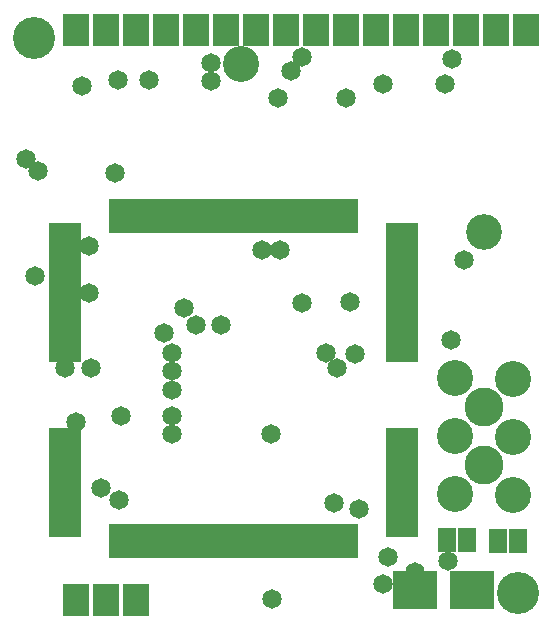
<source format=gbr>
%FSLAX23Y23*%
%MOIN*%
G04 EasyPC Gerber Version 13.0.2 Build 2807 *
%ADD99R,0.05937X0.11449*%
%ADD76R,0.06000X0.08000*%
%ADD29R,0.09000X0.10500*%
%ADD98R,0.10661X0.05543*%
%ADD84C,0.06500*%
%ADD75C,0.11900*%
%ADD74C,0.12000*%
%ADD81C,0.13000*%
%ADD72C,0.14000*%
%ADD77R,0.15000X0.13000*%
X0Y0D02*
D02*
D29*
X17240Y18958D03*
X17240Y17058D03*
X17340D03*
X17340Y18958D03*
X17440D03*
X17440Y17058D03*
X17540Y18958D03*
X17640D03*
X17740D03*
X17840D03*
X17940D03*
X18040D03*
X18140D03*
X18240D03*
X18340D03*
X18440D03*
X18540D03*
X18640D03*
X18740D03*
D02*
D72*
X17102Y18933D03*
X18715Y17083D03*
D02*
D74*
X17791Y18844D03*
X18506Y17411D03*
Y17605D03*
D03*
Y17798D03*
X18698Y17410D03*
Y17603D03*
D03*
Y17797D03*
D02*
D75*
X18603Y18287D03*
D02*
D76*
X18478Y17258D03*
X18546D03*
X18648Y17257D03*
X18716D03*
D02*
D77*
X18372Y17093D03*
X18562D03*
D02*
D81*
X18602Y17508D03*
Y17701D03*
D02*
D84*
X17075Y18528D03*
X17105Y18138D03*
X17115Y18488D03*
X17205Y17833D03*
X17240Y17653D03*
X17260Y18773D03*
X17285Y18083D03*
Y18238D03*
X17290Y17833D03*
X17325Y17433D03*
X17370Y18483D03*
X17380Y18793D03*
X17385Y17392D03*
X17390Y17673D03*
X17485Y18793D03*
X17535Y17948D03*
X17560Y17613D03*
Y17673D03*
Y17758D03*
Y17823D03*
Y17883D03*
X17600Y18033D03*
X17640Y17977D03*
X17690Y18788D03*
Y18848D03*
X17725Y17977D03*
X17860Y18227D03*
X17890Y17613D03*
X17895Y17063D03*
X17915Y18733D03*
X17920Y18227D03*
X17957Y18822D03*
X17995Y18048D03*
Y18868D03*
X18075Y17883D03*
X18100Y17383D03*
X18110Y17833D03*
X18140Y18733D03*
X18155Y18052D03*
X18170Y17878D03*
X18185Y17363D03*
X18265Y17113D03*
Y18778D03*
X18280Y17203D03*
X18370Y17153D03*
X18470Y18778D03*
X18480Y17188D03*
X18490Y17927D03*
X18495Y18863D03*
X18535Y18192D03*
D02*
D98*
X17206Y17297D03*
Y17348D03*
Y17400D03*
Y17451D03*
Y17502D03*
Y17553D03*
Y17604D03*
Y17879D03*
Y17930D03*
Y17981D03*
Y18032D03*
Y18084D03*
Y18135D03*
Y18186D03*
Y18237D03*
Y18288D03*
X18328Y17297D03*
Y17348D03*
Y17400D03*
Y17451D03*
Y17502D03*
Y17553D03*
Y17604D03*
Y17879D03*
Y17930D03*
Y17981D03*
Y18032D03*
Y18084D03*
Y18135D03*
Y18186D03*
Y18237D03*
Y18288D03*
D02*
D99*
X17383Y17255D03*
Y18338D03*
X17434Y17255D03*
X17434Y18338D03*
X17485Y17255D03*
Y18338D03*
X17537Y17255D03*
Y18338D03*
X17588D03*
X17588Y17255D03*
X17639D03*
Y18338D03*
X17690Y17255D03*
Y18338D03*
X17741Y17255D03*
Y18338D03*
X17792Y17255D03*
Y18338D03*
X17844Y17255D03*
X17844Y18338D03*
X17895Y17255D03*
Y18338D03*
X17946Y17255D03*
Y18338D03*
X17997Y17255D03*
Y18338D03*
X18048Y17255D03*
Y18338D03*
X18100Y17255D03*
X18100Y18338D03*
X18151Y17255D03*
Y18338D03*
X0Y0D02*
M02*

</source>
